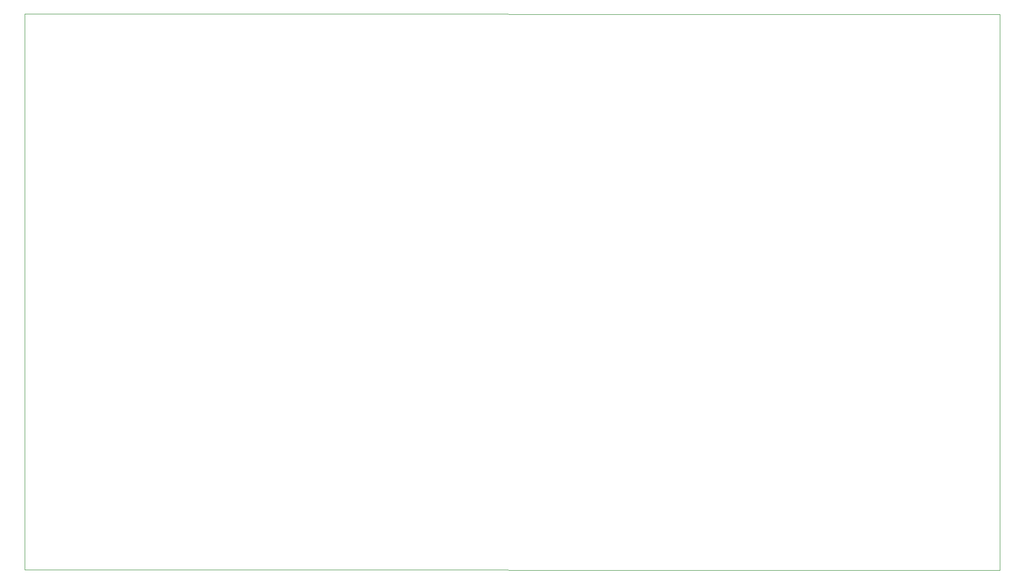
<source format=gbr>
%TF.GenerationSoftware,KiCad,Pcbnew,8.0.8*%
%TF.CreationDate,2025-02-03T01:07:07+01:00*%
%TF.ProjectId,RASBB,52415342-422e-46b6-9963-61645f706362,01*%
%TF.SameCoordinates,Original*%
%TF.FileFunction,Profile,NP*%
%FSLAX46Y46*%
G04 Gerber Fmt 4.6, Leading zero omitted, Abs format (unit mm)*
G04 Created by KiCad (PCBNEW 8.0.8) date 2025-02-03 01:07:07*
%MOMM*%
%LPD*%
G01*
G04 APERTURE LIST*
%TA.AperFunction,Profile*%
%ADD10C,0.050000*%
%TD*%
G04 APERTURE END LIST*
D10*
X102780000Y-130760000D02*
X270010000Y-130820000D01*
X102780000Y-35400000D02*
X102780000Y-130760000D01*
X270010000Y-35460000D02*
X270010000Y-130820000D01*
X102780000Y-35398707D02*
X270010000Y-35460000D01*
M02*

</source>
